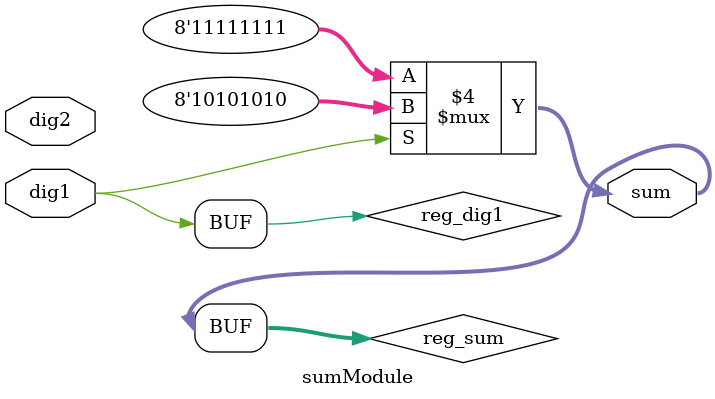
<source format=v>
`timescale 1ns / 1ps
module sumModule(
    input dig1,
    input dig2,
    output [7:0] sum 
    );
	 reg  reg_dig1;
	 reg [7:0] reg_sum;
	 always@(*)begin
	 reg_dig1 = dig1;
		if (reg_dig1 == 1)
			reg_sum = 8'b10101010;
		else
			reg_sum = 8'b11111111;
		
	 end
	 
	 
	 assign sum = reg_sum;
	//assign sum [7:0] = dig1 + dig2;
	 


endmodule

</source>
